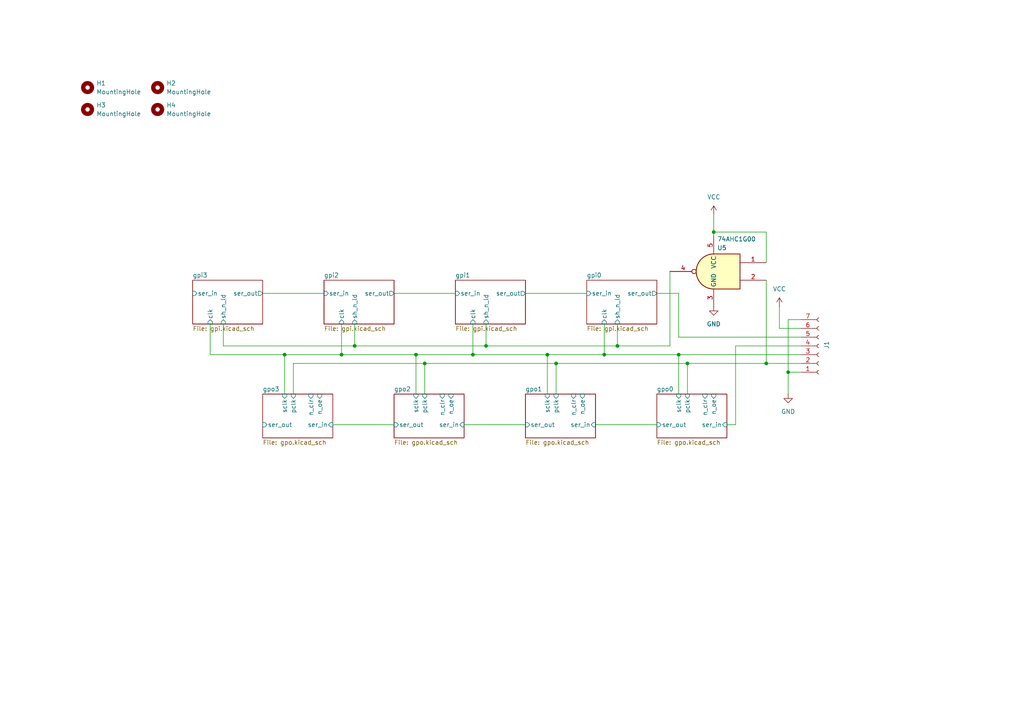
<source format=kicad_sch>
(kicad_sch (version 20231120) (generator "eeschema") (generator_version "8.0")
  (paper "A4")
  (lib_symbols
    (symbol "74xGxx:74AHC1G00"
      (property "Reference" "U" (at -2.54 3.81 0))
      (property "Value" "74AHC1G00" (at 0 -3.81 0))
      (symbol "74AHC1G00_0_1"
        (arc (start 0 -5.08) (mid 5.0579 0) (end 0 5.08) (stroke (width 0.254)) (fill (type background)))
        (polyline (pts (xy 0 -5.08) (xy -7.62 -5.08) (xy -7.62 5.08) (xy 0 5.08)) (stroke (width 0.254)) (fill (type background)))
      )
      (symbol "74AHC1G00_1_1"
        (pin input line (at -15.24 2.54 0) (length 7.62) (name "~") (number "1"))
        (pin input line (at -15.24 -2.54 0) (length 7.62) (name "~") (number "2"))
        (pin power_in line (at 0 -10.16 90) (length 5.08) (name "GND") (number "3"))
        (pin output inverted (at 12.7 0 180) (length 7.62) (name "~") (number "4"))
        (pin power_in line (at 0 10.16 270) (length 5.08) (name "VCC") (number "5"))
      )
    )
    (symbol "Connector:Conn_01x07_Socket" (pin_names (offset 1.016) hide)
      (property "Reference" "J" (at 0 10.16 0))
      (property "Value" "Conn_01x07_Socket" (at 0 -10.16 0))
      (symbol "Conn_01x07_Socket_1_1"
        (arc (start 0 -7.112) (mid -0.5058 -7.62) (end 0 -8.128) (stroke (width 0.1524)))
        (arc (start 0 -4.572) (mid -0.5058 -5.08) (end 0 -5.588) (stroke (width 0.1524)))
        (arc (start 0 -2.032) (mid -0.5058 -2.54) (end 0 -3.048) (stroke (width 0.1524)))
        (polyline (pts (xy -1.27 -7.62) (xy -0.508 -7.62)) (stroke (width 0.1524)))
        (polyline (pts (xy -1.27 -5.08) (xy -0.508 -5.08)) (stroke (width 0.1524)))
        (polyline (pts (xy -1.27 -2.54) (xy -0.508 -2.54)) (stroke (width 0.1524)))
        (polyline (pts (xy -1.27 0) (xy -0.508 0)) (stroke (width 0.1524)))
        (polyline (pts (xy -1.27 2.54) (xy -0.508 2.54)) (stroke (width 0.1524)))
        (polyline (pts (xy -1.27 5.08) (xy -0.508 5.08)) (stroke (width 0.1524)))
        (polyline (pts (xy -1.27 7.62) (xy -0.508 7.62)) (stroke (width 0.1524)))
        (arc (start 0 0.508) (mid -0.5058 0) (end 0 -0.508) (stroke (width 0.1524)))
        (arc (start 0 3.048) (mid -0.5058 2.54) (end 0 2.032) (stroke (width 0.1524)))
        (arc (start 0 5.588) (mid -0.5058 5.08) (end 0 4.572) (stroke (width 0.1524)))
        (arc (start 0 8.128) (mid -0.5058 7.62) (end 0 7.112) (stroke (width 0.1524)))
        (pin passive line (at -5.08 7.62 0) (length 3.81) (name "Pin_1") (number "1"))
        (pin passive line (at -5.08 5.08 0) (length 3.81) (name "Pin_2") (number "2"))
        (pin passive line (at -5.08 2.54 0) (length 3.81) (name "Pin_3") (number "3"))
        (pin passive line (at -5.08 0 0) (length 3.81) (name "Pin_4") (number "4"))
        (pin passive line (at -5.08 -2.54 0) (length 3.81) (name "Pin_5") (number "5"))
        (pin passive line (at -5.08 -5.08 0) (length 3.81) (name "Pin_6") (number "6"))
        (pin passive line (at -5.08 -7.62 0) (length 3.81) (name "Pin_7") (number "7"))
      )
    )
    (symbol "Mechanical:MountingHole" (pin_names (offset 1.016)) (exclude_from_sim yes) (in_bom no)
      (property "Reference" "H" (at 0 5.08 0))
      (property "Value" "MountingHole" (at 0 3.175 0))
      (symbol "MountingHole_0_1"
        (circle (center 0 0) (radius 1.27) (stroke (width 1.27)))
      )
    )
    (symbol "power:GND" (power) (pin_numbers hide) (pin_names (offset 0) hide)
      (property "Value" "GND" (at 0 -3.81 0))
      (symbol "GND_0_1"
        (polyline (pts (xy 0 0) (xy 0 -1.27) (xy 1.27 -1.27) (xy 0 -2.54) (xy -1.27 -1.27) (xy 0 -1.27)))
      )
      (symbol "GND_1_1"
        (pin power_in line (at 0 0 270) (length 0) (name "~") (number "1"))
      )
    )
    (symbol "power:VCC" (power) (pin_numbers hide) (pin_names (offset 0) hide)
      (property "Value" "VCC" (at 0 3.556 0))
      (symbol "VCC_0_1"
        (polyline (pts (xy -0.762 1.27) (xy 0 2.54)))
        (polyline (pts (xy 0 0) (xy 0 2.54)))
        (polyline (pts (xy 0 2.54) (xy 0.762 1.27)))
      )
      (symbol "VCC_1_1"
        (pin power_in line (at 0 0 90) (length 0) (name "~") (number "1"))
      )
    )
  )
  (junction (at 102.87 100.33))
  (junction (at 175.26 102.87))
  (junction (at 140.97 100.33))
  (junction (at 207.01 67.31))
  (junction (at 158.75 102.87))
  (junction (at 196.85 102.87))
  (junction (at 82.55 102.87))
  (junction (at 228.6 107.95))
  (junction (at 137.16 102.87))
  (junction (at 123.19 105.41))
  (junction (at 199.39 105.41))
  (junction (at 120.65 102.87))
  (junction (at 179.07 100.33))
  (junction (at 99.06 102.87))
  (junction (at 161.29 105.41))
  (junction (at 222.25 105.41))
  (wire (pts (xy 172.72 123.19) (xy 190.5 123.19)))
  (wire (pts (xy 179.07 100.33) (xy 179.07 93.98)))
  (wire (pts (xy 99.06 93.98) (xy 99.06 102.87)))
  (wire (pts (xy 137.16 102.87) (xy 158.75 102.87)))
  (wire (pts (xy 222.25 81.28) (xy 222.25 105.41)))
  (wire (pts (xy 64.77 100.33) (xy 102.87 100.33)))
  (wire (pts (xy 228.6 107.95) (xy 228.6 114.3)))
  (wire (pts (xy 158.75 114.3) (xy 158.75 102.87)))
  (wire (pts (xy 196.85 102.87) (xy 196.85 114.3)))
  (wire (pts (xy 123.19 105.41) (xy 161.29 105.41)))
  (wire (pts (xy 99.06 102.87) (xy 120.65 102.87)))
  (wire (pts (xy 85.09 114.3) (xy 85.09 105.41)))
  (wire (pts (xy 102.87 100.33) (xy 140.97 100.33)))
  (wire (pts (xy 175.26 102.87) (xy 196.85 102.87)))
  (wire (pts (xy 85.09 105.41) (xy 123.19 105.41)))
  (wire (pts (xy 102.87 93.98) (xy 102.87 100.33)))
  (wire (pts (xy 232.41 95.25) (xy 226.06 95.25)))
  (wire (pts (xy 196.85 97.79) (xy 232.41 97.79)))
  (wire (pts (xy 134.62 123.19) (xy 152.4 123.19)))
  (wire (pts (xy 137.16 93.98) (xy 137.16 102.87)))
  (wire (pts (xy 140.97 100.33) (xy 179.07 100.33)))
  (wire (pts (xy 207.01 67.31) (xy 207.01 68.58)))
  (wire (pts (xy 232.41 102.87) (xy 196.85 102.87)))
  (wire (pts (xy 82.55 102.87) (xy 99.06 102.87)))
  (wire (pts (xy 175.26 93.98) (xy 175.26 102.87)))
  (wire (pts (xy 222.25 67.31) (xy 207.01 67.31)))
  (wire (pts (xy 194.31 78.74) (xy 194.31 100.33)))
  (wire (pts (xy 76.2 85.09) (xy 93.98 85.09)))
  (wire (pts (xy 152.4 85.09) (xy 170.18 85.09)))
  (wire (pts (xy 64.77 93.98) (xy 64.77 100.33)))
  (wire (pts (xy 222.25 105.41) (xy 199.39 105.41)))
  (wire (pts (xy 194.31 100.33) (xy 179.07 100.33)))
  (wire (pts (xy 226.06 95.25) (xy 226.06 88.9)))
  (wire (pts (xy 114.3 85.09) (xy 132.08 85.09)))
  (wire (pts (xy 222.25 67.31) (xy 222.25 76.2)))
  (wire (pts (xy 60.96 102.87) (xy 82.55 102.87)))
  (wire (pts (xy 123.19 114.3) (xy 123.19 105.41)))
  (wire (pts (xy 228.6 92.71) (xy 228.6 107.95)))
  (wire (pts (xy 213.36 100.33) (xy 213.36 123.19)))
  (wire (pts (xy 207.01 62.23) (xy 207.01 67.31)))
  (wire (pts (xy 120.65 102.87) (xy 137.16 102.87)))
  (wire (pts (xy 161.29 105.41) (xy 199.39 105.41)))
  (wire (pts (xy 158.75 102.87) (xy 175.26 102.87)))
  (wire (pts (xy 213.36 123.19) (xy 210.82 123.19)))
  (wire (pts (xy 82.55 114.3) (xy 82.55 102.87)))
  (wire (pts (xy 232.41 100.33) (xy 213.36 100.33)))
  (wire (pts (xy 196.85 85.09) (xy 196.85 97.79)))
  (wire (pts (xy 190.5 85.09) (xy 196.85 85.09)))
  (wire (pts (xy 232.41 107.95) (xy 228.6 107.95)))
  (wire (pts (xy 96.52 123.19) (xy 114.3 123.19)))
  (wire (pts (xy 60.96 93.98) (xy 60.96 102.87)))
  (wire (pts (xy 232.41 92.71) (xy 228.6 92.71)))
  (wire (pts (xy 232.41 105.41) (xy 222.25 105.41)))
  (wire (pts (xy 140.97 100.33) (xy 140.97 93.98)))
  (wire (pts (xy 120.65 114.3) (xy 120.65 102.87)))
  (wire (pts (xy 199.39 105.41) (xy 199.39 114.3)))
  (wire (pts (xy 161.29 114.3) (xy 161.29 105.41)))
  (symbol (lib_id "power:GND") (at 228.6 114.3 0) (unit 1)
    (property "Reference" "#PWR01" (effects (hide yes)))
    (property "Value" "GND" (at 228.6 119.38 0))
    (property "Description" "Power symbol creates a global label with name \"GND\" , ground" (effects (hide yes)))
  )
  (symbol (lib_id "power:GND") (at 207.01 88.9 0) (unit 1)
    (property "Reference" "#PWR023" (effects (hide yes)))
    (property "Value" "GND" (at 207.01 93.98 0))
    (property "Description" "Power symbol creates a global label with name \"GND\" , ground" (effects (hide yes)))
  )
  (symbol (lib_id "Mechanical:MountingHole") (at 45.72 25.4 0) (unit 1) (exclude_from_sim yes) (in_bom no)
    (property "Reference" "H2" (at 48.26 24.1299 0) (effects (justify left)))
    (property "Value" "MountingHole" (at 48.26 26.6699 0) (effects (justify left)))
    (property "Footprint" "MountingHole:MountingHole_3.2mm_M3" (effects (hide yes)))
    (property "Description" "Mounting Hole without connection" (effects (hide yes)))
  )
  (symbol (lib_id "Mechanical:MountingHole") (at 25.4 31.75 0) (unit 1) (exclude_from_sim yes) (in_bom no)
    (property "Reference" "H3" (at 27.94 30.4799 0) (effects (justify left)))
    (property "Value" "MountingHole" (at 27.94 33.0199 0) (effects (justify left)))
    (property "Footprint" "MountingHole:MountingHole_3.2mm_M3" (effects (hide yes)))
    (property "Description" "Mounting Hole without connection" (effects (hide yes)))
  )
  (symbol (lib_id "power:VCC") (at 207.01 62.23 0) (unit 1)
    (property "Reference" "#PWR022" (effects (hide yes)))
    (property "Value" "VCC" (at 207.01 57.15 0))
    (property "Description" "Power symbol creates a global label with name \"VCC\"" (effects (hide yes)))
  )
  (symbol (lib_id "power:VCC") (at 226.06 88.9 0) (unit 1)
    (property "Reference" "#PWR02" (effects (hide yes)))
    (property "Value" "VCC" (at 226.06 83.82 0))
    (property "Description" "Power symbol creates a global label with name \"VCC\"" (effects (hide yes)))
  )
  (symbol (lib_id "Mechanical:MountingHole") (at 25.4 25.4 0) (unit 1) (exclude_from_sim yes) (in_bom no)
    (property "Reference" "H1" (at 27.94 24.1299 0) (effects (justify left)))
    (property "Value" "MountingHole" (at 27.94 26.6699 0) (effects (justify left)))
    (property "Footprint" "MountingHole:MountingHole_3.2mm_M3" (effects (hide yes)))
    (property "Description" "Mounting Hole without connection" (effects (hide yes)))
  )
  (symbol (lib_id "74xGxx:74AHC1G00") (at 207.01 78.74 0) (mirror y) (unit 1)
    (property "Reference" "U5" (at 208.026 71.882 0) (effects (justify right)))
    (property "Value" "74AHC1G00" (at 208.026 69.342 0) (effects (justify right)))
    (property "Footprint" "Package_TO_SOT_SMD:SOT-23-5_HandSoldering" (effects (hide yes)))
    (property "Datasheet" "http://www.ti.com/lit/sg/scyt129e/scyt129e.pdf" (effects (hide yes)))
    (property "Description" "Single NAND Gate, Low-Voltage CMOS" (effects (hide yes)))
  )
  (symbol (lib_id "Connector:Conn_01x07_Socket") (at 237.49 100.33 0) (mirror x) (unit 1)
    (property "Reference" "J1" (at 239.776 100.076 90))
    (property "Value" "Conn_01x07_Socket" (effects (hide yes)))
    (property "Footprint" "Connector_PinSocket_2.54mm:PinSocket_1x07_P2.54mm_Vertical" (effects (hide yes)))
    (property "Description" "Generic connector, single row, 01x07, script generated" (effects (hide yes)))
  )
  (symbol (lib_id "Mechanical:MountingHole") (at 45.72 31.75 0) (unit 1) (exclude_from_sim yes) (in_bom no)
    (property "Reference" "H4" (at 48.26 30.4799 0) (effects (justify left)))
    (property "Value" "MountingHole" (at 48.26 33.0199 0) (effects (justify left)))
    (property "Footprint" "MountingHole:MountingHole_3.2mm_M3" (effects (hide yes)))
    (property "Description" "Mounting Hole without connection" (effects (hide yes)))
  )
  (sheet (at 152.4 114.3) (size 20.32 12.7) (stroke (width 0.1524))
    (property "Sheetname" "gpo1" (at 152.4 113.5884 0) (effects (justify left bottom)))
    (property "Sheetfile" "gpo.kicad_sch" (at 152.4 127.5846 0) (effects (justify left top)))
    (pin "ser_out" input (at 152.4 123.19 180))
    (pin "n_oe" input (at 168.91 114.3 90))
    (pin "n_clr" input (at 166.37 114.3 90))
    (pin "ser_in" input (at 172.72 123.19 0))
    (pin "sclk" input (at 158.75 114.3 90))
    (pin "pclk" input (at 161.29 114.3 90))
  )
  (sheet (at 114.3 114.3) (size 20.32 12.7) (stroke (width 0.1524))
    (property "Sheetname" "gpo2" (at 114.3 113.5884 0) (effects (justify left bottom)))
    (property "Sheetfile" "gpo.kicad_sch" (at 114.3 127.5846 0) (effects (justify left top)))
    (pin "ser_out" input (at 114.3 123.19 180))
    (pin "n_oe" input (at 130.81 114.3 90))
    (pin "n_clr" input (at 128.27 114.3 90))
    (pin "ser_in" input (at 134.62 123.19 0))
    (pin "sclk" input (at 120.65 114.3 90))
    (pin "pclk" input (at 123.19 114.3 90))
  )
  (sheet (at 55.88 81.28) (size 20.32 12.7) (stroke (width 0.1524))
    (property "Sheetname" "gpi3" (at 55.88 80.5684 0) (effects (justify left bottom)))
    (property "Sheetfile" "gpi.kicad_sch" (at 55.88 94.5646 0) (effects (justify left top)))
    (pin "ser_in" input (at 55.88 85.09 180))
    (pin "sh_n_ld" input (at 64.77 93.98 270))
    (pin "clk" input (at 60.96 93.98 270))
    (pin "ser_out" output (at 76.2 85.09 0))
  )
  (sheet (at 76.2 114.3) (size 20.32 12.7) (stroke (width 0.1524))
    (property "Sheetname" "gpo3" (at 76.2 113.5884 0) (effects (justify left bottom)))
    (property "Sheetfile" "gpo.kicad_sch" (at 76.2 127.5846 0) (effects (justify left top)))
    (pin "ser_out" input (at 76.2 123.19 180))
    (pin "n_oe" input (at 92.71 114.3 90))
    (pin "n_clr" input (at 90.17 114.3 90))
    (pin "ser_in" input (at 96.52 123.19 0))
    (pin "sclk" input (at 82.55 114.3 90))
    (pin "pclk" input (at 85.09 114.3 90))
  )
  (sheet (at 170.18 81.28) (size 20.32 12.7) (stroke (width 0.1524))
    (property "Sheetname" "gpi0" (at 170.18 80.5684 0) (effects (justify left bottom)))
    (property "Sheetfile" "gpi.kicad_sch" (at 170.18 94.5646 0) (effects (justify left top)))
    (pin "ser_in" input (at 170.18 85.09 180))
    (pin "sh_n_ld" input (at 179.07 93.98 270))
    (pin "clk" input (at 175.26 93.98 270))
    (pin "ser_out" output (at 190.5 85.09 0))
  )
  (sheet (at 93.98 81.28) (size 20.32 12.7) (stroke (width 0.1524))
    (property "Sheetname" "gpi2" (at 93.98 80.5684 0) (effects (justify left bottom)))
    (property "Sheetfile" "gpi.kicad_sch" (at 93.98 94.5646 0) (effects (justify left top)))
    (pin "ser_in" input (at 93.98 85.09 180))
    (pin "sh_n_ld" input (at 102.87 93.98 270))
    (pin "clk" input (at 99.06 93.98 270))
    (pin "ser_out" output (at 114.3 85.09 0))
  )
  (sheet (at 132.08 81.28) (size 20.32 12.7) (stroke (width 0.1524))
    (property "Sheetname" "gpi1" (at 132.08 80.5684 0) (effects (justify left bottom)))
    (property "Sheetfile" "gpi.kicad_sch" (at 132.08 94.5646 0) (effects (justify left top)))
    (pin "ser_in" input (at 132.08 85.09 180))
    (pin "sh_n_ld" input (at 140.97 93.98 270))
    (pin "clk" input (at 137.16 93.98 270))
    (pin "ser_out" output (at 152.4 85.09 0))
  )
  (sheet (at 190.5 114.3) (size 20.32 12.7) (stroke (width 0.1524))
    (property "Sheetname" "gpo0" (at 190.5 113.5884 0) (effects (justify left bottom)))
    (property "Sheetfile" "gpo.kicad_sch" (at 190.5 127.5846 0) (effects (justify left top)))
    (pin "ser_out" input (at 190.5 123.19 180))
    (pin "n_oe" input (at 207.01 114.3 90))
    (pin "n_clr" input (at 204.47 114.3 90))
    (pin "ser_in" input (at 210.82 123.19 0))
    (pin "sclk" input (at 196.85 114.3 90))
    (pin "pclk" input (at 199.39 114.3 90))
  )
)
</source>
